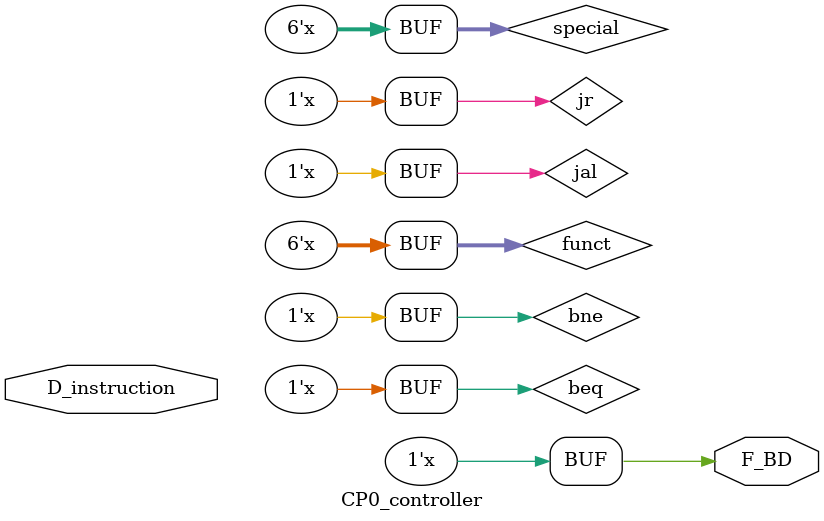
<source format=v>
`timescale 1ns / 1ps
`define R 6'b000000
`define BEQ 6'b000100
`define JAL 6'b000011
`define BNE 6'b000101

`define JR_FUN 6'b001000
module CP0_controller(
	input [31:0] D_instruction,
	output F_BD
    );
	 wire [5:0] special;
	 wire [5:0] funct;
	 assign special=instruction[31:26];
	 assign funct=instruction[5:0];
	 
	 wire beq,bne,jal,jr;
	  assign beq=(special==`BEQ);
	 assign jal=(special==`JAL);
	 assign jr=(special==`R&&funct==`JR_FUN);
	 assign bne=(special==`BNE);
	 
	 assign F_BD=beq||jal||jr||bne;


endmodule

</source>
